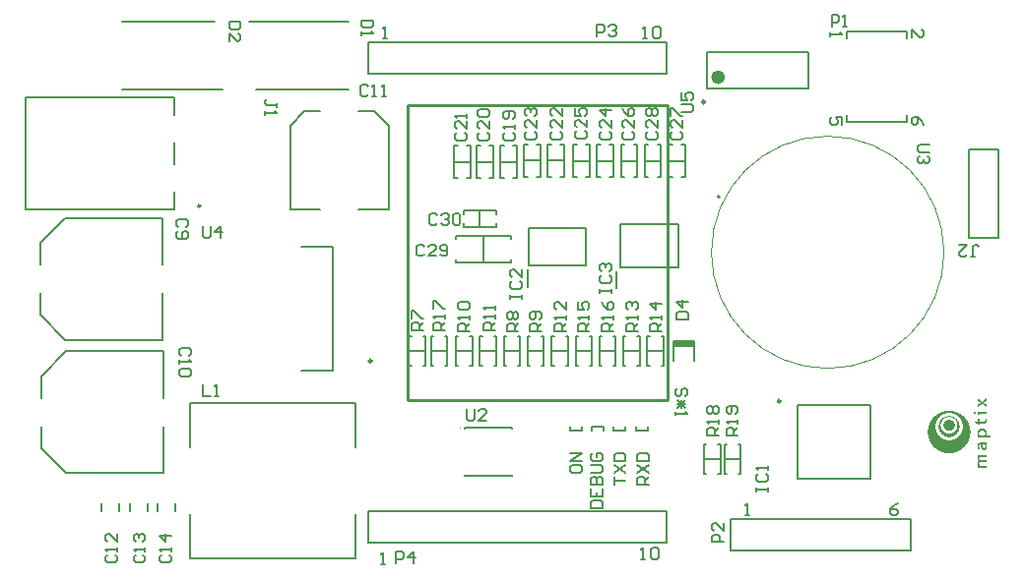
<source format=gto>
G04*
G04 #@! TF.GenerationSoftware,Altium Limited,Altium Designer,20.0.13 (296)*
G04*
G04 Layer_Color=65535*
%FSLAX25Y25*%
%MOIN*%
G70*
G01*
G75*
%ADD10C,0.00984*%
%ADD11C,0.00394*%
%ADD12C,0.00787*%
%ADD13C,0.01000*%
%ADD14C,0.02362*%
%ADD15C,0.00591*%
%ADD16C,0.00600*%
%ADD17C,0.00630*%
%ADD18R,0.07087X0.02000*%
G36*
X337667Y70580D02*
X337615D01*
Y70529D01*
X337564D01*
Y70477D01*
X337513D01*
Y70426D01*
X337411D01*
Y70375D01*
X337360D01*
Y70324D01*
X337309D01*
Y70273D01*
X337258D01*
Y70222D01*
X337156D01*
Y70171D01*
X337105D01*
Y70120D01*
X337054D01*
Y70069D01*
X336951D01*
Y70018D01*
X336900D01*
Y69967D01*
X336849D01*
Y69916D01*
X336798D01*
Y69865D01*
X336696D01*
Y69814D01*
X336645D01*
Y69660D01*
X336696D01*
Y69609D01*
X336798D01*
Y69558D01*
X336849D01*
Y69507D01*
X336951D01*
Y69456D01*
X337003D01*
Y69405D01*
X337105D01*
Y69354D01*
X337156D01*
Y69303D01*
X337207D01*
Y69252D01*
X337309D01*
Y69201D01*
X337360D01*
Y69150D01*
X337462D01*
Y69099D01*
X337513D01*
Y69047D01*
X337564D01*
Y68996D01*
X337667D01*
Y68179D01*
X337615D01*
Y68230D01*
X337564D01*
Y68281D01*
X337462D01*
Y68332D01*
X337411D01*
Y68384D01*
X337360D01*
Y68435D01*
X337258D01*
Y68486D01*
X337207D01*
Y68537D01*
X337156D01*
Y68588D01*
X337054D01*
Y68639D01*
X337003D01*
Y68690D01*
X336951D01*
Y68741D01*
X336849D01*
Y68792D01*
X336798D01*
Y68843D01*
X336747D01*
Y68894D01*
X336645D01*
Y68945D01*
X336594D01*
Y68996D01*
X336543D01*
Y69047D01*
X336441D01*
Y69099D01*
X336390D01*
Y69150D01*
X336339D01*
Y69201D01*
X336237D01*
Y69252D01*
X336185D01*
Y69303D01*
X336134D01*
Y69354D01*
X335981D01*
Y69303D01*
X335879D01*
Y69252D01*
X335828D01*
Y69201D01*
X335726D01*
Y69099D01*
X335624D01*
Y69047D01*
X335573D01*
Y68996D01*
X335470D01*
Y68945D01*
X335419D01*
Y68894D01*
X335368D01*
Y68843D01*
X335266D01*
Y68792D01*
X335215D01*
Y68741D01*
X335113D01*
Y68690D01*
X335062D01*
Y68639D01*
X334960D01*
Y68588D01*
X334909D01*
Y68537D01*
X334858D01*
Y68486D01*
X334755D01*
Y68435D01*
X334704D01*
Y68384D01*
X334653D01*
Y68332D01*
X334551D01*
Y68281D01*
X334500D01*
Y69047D01*
X334551D01*
Y69099D01*
X334653D01*
Y69150D01*
X334704D01*
Y69201D01*
X334755D01*
Y69252D01*
X334858D01*
Y69303D01*
X334909D01*
Y69354D01*
X334960D01*
Y69405D01*
X335062D01*
Y69456D01*
X335164D01*
Y69507D01*
X335215D01*
Y69558D01*
X335317D01*
Y69609D01*
X335368D01*
Y69660D01*
X335470D01*
Y69814D01*
X335419D01*
Y69865D01*
X335317D01*
Y69916D01*
X335266D01*
Y69967D01*
X335215D01*
Y70018D01*
X335113D01*
Y70069D01*
X335062D01*
Y70120D01*
X335011D01*
Y70171D01*
X334909D01*
Y70222D01*
X334858D01*
Y70273D01*
X334806D01*
Y70324D01*
X334704D01*
Y70375D01*
X334653D01*
Y70426D01*
X334602D01*
Y70477D01*
X334551D01*
Y70529D01*
X334500D01*
Y71295D01*
X334551D01*
Y71244D01*
X334602D01*
Y71192D01*
X334653D01*
Y71141D01*
X334704D01*
Y71090D01*
X334806D01*
Y71039D01*
X334858D01*
Y70988D01*
X334909D01*
Y70937D01*
X335011D01*
Y70886D01*
X335062D01*
Y70835D01*
X335113D01*
Y70784D01*
X335164D01*
Y70733D01*
X335266D01*
Y70682D01*
X335317D01*
Y70631D01*
X335368D01*
Y70580D01*
X335419D01*
Y70529D01*
X335522D01*
Y70477D01*
X335573D01*
Y70426D01*
X335624D01*
Y70375D01*
X335726D01*
Y70324D01*
X335777D01*
Y70273D01*
X335828D01*
Y70222D01*
X335879D01*
Y70171D01*
X335981D01*
Y70069D01*
X336083D01*
Y70120D01*
X336134D01*
Y70171D01*
X336185D01*
Y70222D01*
X336237D01*
Y70273D01*
X336339D01*
Y70324D01*
X336390D01*
Y70375D01*
X336441D01*
Y70426D01*
X336492D01*
Y70477D01*
X336543D01*
Y70529D01*
X336645D01*
Y70580D01*
X336696D01*
Y70631D01*
X336747D01*
Y70682D01*
X336798D01*
Y70733D01*
X336900D01*
Y70784D01*
X336951D01*
Y70835D01*
X337003D01*
Y70886D01*
X337054D01*
Y70937D01*
X337105D01*
Y70988D01*
X337207D01*
Y71039D01*
X337258D01*
Y71090D01*
X337309D01*
Y71141D01*
X337360D01*
Y71192D01*
X337462D01*
Y71244D01*
X337513D01*
Y71295D01*
X337564D01*
Y71346D01*
X337615D01*
Y71397D01*
X337667D01*
Y70580D01*
D02*
G37*
G36*
X325256Y67005D02*
X325767D01*
Y66954D01*
X326073D01*
Y66903D01*
X326329D01*
Y66851D01*
X326584D01*
Y66800D01*
X326788D01*
Y66749D01*
X326942D01*
Y66698D01*
X327095D01*
Y66647D01*
X327248D01*
Y66596D01*
X327401D01*
Y66545D01*
X327503D01*
Y66494D01*
X327657D01*
Y66443D01*
X327810D01*
Y66392D01*
X327912D01*
Y66341D01*
X328014D01*
Y66290D01*
X328116D01*
Y66239D01*
X328218D01*
Y66188D01*
X328321D01*
Y66136D01*
X328372D01*
Y66085D01*
X328525D01*
Y66034D01*
X328576D01*
Y65983D01*
X328627D01*
Y65932D01*
X328729D01*
Y65881D01*
X328831D01*
Y65830D01*
X328882D01*
Y65779D01*
X328984D01*
Y65728D01*
X329035D01*
Y65677D01*
X329138D01*
Y65626D01*
X329189D01*
Y65575D01*
X329240D01*
Y65524D01*
X329342D01*
Y65473D01*
X329393D01*
Y65421D01*
X329444D01*
Y65370D01*
X329495D01*
Y65319D01*
X329546D01*
Y65268D01*
X329648D01*
Y65217D01*
X329699D01*
Y65166D01*
X329750D01*
Y65115D01*
X329802D01*
Y65064D01*
X329853D01*
Y65013D01*
X329904D01*
Y64962D01*
X329955D01*
Y64911D01*
X330006D01*
Y64860D01*
X330057D01*
Y64809D01*
X330108D01*
Y64758D01*
X330159D01*
Y64706D01*
X330210D01*
Y64655D01*
X330261D01*
Y64604D01*
X330312D01*
Y64553D01*
X330363D01*
Y64451D01*
X330414D01*
Y64400D01*
X330466D01*
Y64349D01*
X330517D01*
Y64298D01*
X330568D01*
Y64196D01*
X330619D01*
Y64145D01*
X330670D01*
Y64094D01*
X330721D01*
Y63991D01*
X330772D01*
Y63940D01*
X330823D01*
Y63838D01*
X330874D01*
Y63787D01*
X330925D01*
Y63685D01*
X330976D01*
Y63634D01*
X331027D01*
Y63532D01*
X331078D01*
Y63481D01*
X331129D01*
Y63379D01*
X331181D01*
Y63276D01*
X331232D01*
Y63174D01*
X331283D01*
Y63072D01*
X331334D01*
Y62970D01*
X331385D01*
Y62868D01*
X331436D01*
Y62766D01*
X331487D01*
Y62664D01*
X331538D01*
Y62510D01*
X331589D01*
Y62408D01*
X331640D01*
Y62255D01*
X331691D01*
Y62102D01*
X331742D01*
Y61949D01*
X331793D01*
Y61795D01*
X331844D01*
Y61591D01*
X331895D01*
Y61336D01*
X331947D01*
Y61080D01*
X331998D01*
Y60774D01*
X332049D01*
Y60263D01*
X332100D01*
Y59395D01*
X332049D01*
Y58884D01*
X331998D01*
Y58578D01*
X331947D01*
Y58323D01*
X331895D01*
Y58067D01*
X331844D01*
Y57863D01*
X331793D01*
Y57710D01*
X331742D01*
Y57557D01*
X331691D01*
Y57403D01*
X331640D01*
Y57250D01*
X331589D01*
Y57148D01*
X331538D01*
Y56995D01*
X331487D01*
Y56893D01*
X331436D01*
Y56791D01*
X331385D01*
Y56688D01*
X331334D01*
Y56586D01*
X331283D01*
Y56484D01*
X331232D01*
Y56382D01*
X331181D01*
Y56280D01*
X331129D01*
Y56178D01*
X331078D01*
Y56127D01*
X331027D01*
Y56024D01*
X330976D01*
Y55922D01*
X330925D01*
Y55871D01*
X330874D01*
Y55820D01*
X330823D01*
Y55718D01*
X330772D01*
Y55667D01*
X330721D01*
Y55565D01*
X330670D01*
Y55514D01*
X330619D01*
Y55463D01*
X330568D01*
Y55361D01*
X330517D01*
Y55309D01*
X330466D01*
Y55258D01*
X330414D01*
Y55207D01*
X330363D01*
Y55105D01*
X330312D01*
Y55054D01*
X330261D01*
Y55003D01*
X330210D01*
Y54952D01*
X330159D01*
Y54901D01*
X330108D01*
Y54850D01*
X330057D01*
Y54799D01*
X330006D01*
Y54748D01*
X329955D01*
Y54697D01*
X329904D01*
Y54646D01*
X329853D01*
Y54594D01*
X329802D01*
Y54543D01*
X329750D01*
Y54492D01*
X329699D01*
Y54441D01*
X329648D01*
Y54390D01*
X329546D01*
Y54339D01*
X329495D01*
Y54288D01*
X329444D01*
Y54237D01*
X329393D01*
Y54186D01*
X329342D01*
Y54135D01*
X329240D01*
Y54084D01*
X329189D01*
Y54033D01*
X329138D01*
Y53982D01*
X329035D01*
Y53930D01*
X328984D01*
Y53879D01*
X328882D01*
Y53828D01*
X328831D01*
Y53777D01*
X328729D01*
Y53726D01*
X328627D01*
Y53675D01*
X328576D01*
Y53624D01*
X328525D01*
Y53573D01*
X328423D01*
Y53522D01*
X328321D01*
Y53471D01*
X328218D01*
Y53420D01*
X328116D01*
Y53369D01*
X328014D01*
Y53318D01*
X327912D01*
Y53267D01*
X327810D01*
Y53215D01*
X327657D01*
Y53164D01*
X327503D01*
Y53113D01*
X327401D01*
Y53062D01*
X327248D01*
Y53011D01*
X327095D01*
Y52960D01*
X326942D01*
Y52909D01*
X326788D01*
Y52858D01*
X326584D01*
Y52807D01*
X326329D01*
Y52756D01*
X326073D01*
Y52705D01*
X325767D01*
Y52654D01*
X325256D01*
Y52603D01*
X324490D01*
Y52654D01*
X323979D01*
Y52705D01*
X323622D01*
Y52756D01*
X323418D01*
Y52807D01*
X323162D01*
Y52858D01*
X322958D01*
Y52909D01*
X322805D01*
Y52960D01*
X322652D01*
Y53011D01*
X322498D01*
Y53062D01*
X322345D01*
Y53113D01*
X322243D01*
Y53164D01*
X322090D01*
Y53215D01*
X321937D01*
Y53267D01*
X321835D01*
Y53318D01*
X321732D01*
Y53369D01*
X321630D01*
Y53420D01*
X321528D01*
Y53471D01*
X321426D01*
Y53522D01*
X321324D01*
Y53573D01*
X321222D01*
Y53624D01*
X321171D01*
Y53675D01*
X321069D01*
Y53726D01*
X321017D01*
Y53777D01*
X320915D01*
Y53828D01*
X320864D01*
Y53879D01*
X320762D01*
Y53930D01*
X320711D01*
Y53982D01*
X320609D01*
Y54033D01*
X320558D01*
Y54084D01*
X320456D01*
Y54135D01*
X320405D01*
Y54186D01*
X320354D01*
Y54237D01*
X320302D01*
Y54288D01*
X320251D01*
Y54339D01*
X320200D01*
Y54390D01*
X320098D01*
Y54441D01*
X320047D01*
Y54492D01*
X319996D01*
Y54543D01*
X319945D01*
Y54594D01*
X319894D01*
Y54646D01*
X319843D01*
Y54697D01*
X319792D01*
Y54748D01*
X319741D01*
Y54799D01*
X319690D01*
Y54850D01*
X319638D01*
Y54901D01*
X319587D01*
Y54952D01*
X319536D01*
Y55003D01*
X319485D01*
Y55054D01*
X319434D01*
Y55105D01*
X319383D01*
Y55207D01*
X319332D01*
Y55258D01*
X319281D01*
Y55309D01*
X319230D01*
Y55361D01*
X319179D01*
Y55463D01*
X319128D01*
Y55514D01*
X319077D01*
Y55565D01*
X319026D01*
Y55616D01*
X318975D01*
Y55718D01*
X318923D01*
Y55769D01*
X318872D01*
Y55871D01*
X318821D01*
Y55922D01*
X318770D01*
Y56024D01*
X318719D01*
Y56076D01*
X318668D01*
Y56178D01*
X318617D01*
Y56280D01*
X318566D01*
Y56382D01*
X318515D01*
Y56484D01*
X318464D01*
Y56586D01*
X318413D01*
Y56688D01*
X318362D01*
Y56791D01*
X318311D01*
Y56893D01*
X318260D01*
Y56995D01*
X318209D01*
Y57148D01*
X318158D01*
Y57250D01*
X318106D01*
Y57403D01*
X318055D01*
Y57506D01*
X318004D01*
Y57659D01*
X317953D01*
Y57863D01*
X317902D01*
Y58067D01*
X317851D01*
Y58323D01*
X317800D01*
Y58578D01*
X317749D01*
Y58884D01*
X317698D01*
Y59395D01*
X317647D01*
Y60263D01*
X317698D01*
Y60774D01*
X317749D01*
Y61080D01*
X317800D01*
Y61336D01*
X317851D01*
Y61591D01*
X317902D01*
Y61795D01*
X317953D01*
Y62000D01*
X318004D01*
Y62102D01*
X318055D01*
Y62255D01*
X318106D01*
Y62408D01*
X318158D01*
Y62510D01*
X318209D01*
Y62664D01*
X318260D01*
Y62766D01*
X318311D01*
Y62868D01*
X318362D01*
Y62970D01*
X318413D01*
Y63072D01*
X318464D01*
Y63174D01*
X318515D01*
Y63276D01*
X318566D01*
Y63379D01*
X318617D01*
Y63481D01*
X318668D01*
Y63532D01*
X318719D01*
Y63634D01*
X318770D01*
Y63736D01*
X318821D01*
Y63787D01*
X318872D01*
Y63838D01*
X318923D01*
Y63940D01*
X318975D01*
Y63991D01*
X319026D01*
Y64094D01*
X319077D01*
Y64145D01*
X319128D01*
Y64196D01*
X319179D01*
Y64298D01*
X319230D01*
Y64349D01*
X319281D01*
Y64400D01*
X319332D01*
Y64451D01*
X319383D01*
Y64553D01*
X319434D01*
Y64604D01*
X319485D01*
Y64655D01*
X319536D01*
Y64706D01*
X319587D01*
Y64758D01*
X319638D01*
Y64809D01*
X319690D01*
Y64860D01*
X319741D01*
Y64911D01*
X319792D01*
Y64962D01*
X319843D01*
Y65013D01*
X319894D01*
Y65064D01*
X319945D01*
Y65115D01*
X319996D01*
Y65166D01*
X320047D01*
Y65217D01*
X320098D01*
Y65268D01*
X320200D01*
Y65319D01*
X320251D01*
Y65370D01*
X320302D01*
Y65421D01*
X320354D01*
Y65473D01*
X320405D01*
Y65524D01*
X320507D01*
Y65575D01*
X320558D01*
Y65626D01*
X320609D01*
Y65677D01*
X320711D01*
Y65728D01*
X320762D01*
Y65779D01*
X320864D01*
Y65830D01*
X320915D01*
Y65881D01*
X321017D01*
Y65932D01*
X321120D01*
Y65983D01*
X321171D01*
Y66034D01*
X321222D01*
Y66085D01*
X321324D01*
Y66136D01*
X321426D01*
Y66188D01*
X321528D01*
Y66239D01*
X321630D01*
Y66290D01*
X321732D01*
Y66341D01*
X321835D01*
Y66392D01*
X321937D01*
Y66443D01*
X322090D01*
Y66494D01*
X322243D01*
Y66545D01*
X322345D01*
Y66596D01*
X322498D01*
Y66647D01*
X322652D01*
Y66698D01*
X322805D01*
Y66749D01*
X322958D01*
Y66800D01*
X323162D01*
Y66851D01*
X323418D01*
Y66903D01*
X323622D01*
Y66954D01*
X323979D01*
Y67005D01*
X324490D01*
Y67056D01*
X324541D01*
Y67005D01*
X325205D01*
Y67056D01*
X325256D01*
Y67005D01*
D02*
G37*
G36*
X333683Y66749D02*
X333836D01*
Y66698D01*
X333938D01*
Y66647D01*
X333989D01*
Y66545D01*
X334040D01*
Y66188D01*
X333989D01*
Y66136D01*
X333938D01*
Y66085D01*
X333887D01*
Y66034D01*
X333836D01*
Y65983D01*
X333479D01*
Y66034D01*
X333377D01*
Y66085D01*
X333326D01*
Y66188D01*
X333274D01*
Y66545D01*
X333326D01*
Y66647D01*
X333377D01*
Y66698D01*
X333479D01*
Y66749D01*
X333632D01*
Y66800D01*
X333683D01*
Y66749D01*
D02*
G37*
G36*
X337667Y66034D02*
X335062D01*
Y65626D01*
X334500D01*
Y66698D01*
X337667D01*
Y66034D01*
D02*
G37*
G36*
X337615Y64247D02*
X337667D01*
Y63991D01*
X337718D01*
Y63379D01*
X337667D01*
Y63174D01*
X337615D01*
Y63072D01*
X337564D01*
Y62970D01*
X337513D01*
Y62919D01*
X337462D01*
Y62868D01*
X337411D01*
Y62817D01*
X337360D01*
Y62766D01*
X337207D01*
Y62715D01*
X337156D01*
Y62664D01*
X336849D01*
Y62613D01*
X335062D01*
Y62255D01*
X334500D01*
Y62613D01*
X333836D01*
Y62664D01*
X333785D01*
Y62817D01*
X333734D01*
Y62970D01*
X333683D01*
Y63123D01*
X333632D01*
Y63276D01*
X333581D01*
Y63327D01*
X333683D01*
Y63276D01*
X334449D01*
Y63327D01*
X334500D01*
Y64196D01*
X335062D01*
Y63276D01*
X336645D01*
Y63327D01*
X336849D01*
Y63379D01*
X336951D01*
Y63430D01*
X337054D01*
Y63532D01*
X337105D01*
Y63634D01*
X337156D01*
Y64043D01*
X337105D01*
Y64196D01*
X337054D01*
Y64298D01*
X337615D01*
Y64247D01*
D02*
G37*
G36*
X336339Y60876D02*
X336645D01*
Y60825D01*
X336798D01*
Y60774D01*
X336951D01*
Y60723D01*
X337003D01*
Y60672D01*
X337105D01*
Y60621D01*
X337207D01*
Y60570D01*
X337258D01*
Y60519D01*
X337309D01*
Y60468D01*
X337360D01*
Y60417D01*
X337411D01*
Y60314D01*
X337462D01*
Y60263D01*
X337513D01*
Y60161D01*
X337564D01*
Y60059D01*
X337615D01*
Y59906D01*
X337667D01*
Y59650D01*
X337718D01*
Y59089D01*
X337667D01*
Y58884D01*
X337615D01*
Y58731D01*
X337564D01*
Y58680D01*
X338943D01*
Y57965D01*
X334500D01*
Y58680D01*
X334653D01*
Y58629D01*
X334704D01*
Y58782D01*
X334653D01*
Y58833D01*
X334602D01*
Y58884D01*
X334551D01*
Y58987D01*
X334500D01*
Y59140D01*
X334449D01*
Y59804D01*
X334500D01*
Y60008D01*
X334551D01*
Y60110D01*
X334602D01*
Y60212D01*
X334653D01*
Y60314D01*
X334704D01*
Y60365D01*
X334755D01*
Y60468D01*
X334806D01*
Y60519D01*
X334858D01*
Y60570D01*
X334960D01*
Y60621D01*
X335011D01*
Y60672D01*
X335113D01*
Y60723D01*
X335215D01*
Y60774D01*
X335368D01*
Y60825D01*
X335522D01*
Y60876D01*
X335828D01*
Y60927D01*
X336339D01*
Y60876D01*
D02*
G37*
G36*
X337564Y56484D02*
X337615D01*
Y56433D01*
X337667D01*
Y56280D01*
X337718D01*
Y55973D01*
X337667D01*
Y55922D01*
X337615D01*
Y55820D01*
X337564D01*
Y55769D01*
X337462D01*
Y55718D01*
X337360D01*
Y55616D01*
X337411D01*
Y55565D01*
X337462D01*
Y55514D01*
X337513D01*
Y55412D01*
X337564D01*
Y55361D01*
X337615D01*
Y55207D01*
X337667D01*
Y55003D01*
X337718D01*
Y54492D01*
X337667D01*
Y54288D01*
X337615D01*
Y54186D01*
X337564D01*
Y54084D01*
X337513D01*
Y53982D01*
X337462D01*
Y53930D01*
X337411D01*
Y53879D01*
X337360D01*
Y53828D01*
X337258D01*
Y53777D01*
X337105D01*
Y53726D01*
X336900D01*
Y53675D01*
X336594D01*
Y53726D01*
X336390D01*
Y53777D01*
X336237D01*
Y53828D01*
X336134D01*
Y53879D01*
X336083D01*
Y53930D01*
X336032D01*
Y53982D01*
X335981D01*
Y54033D01*
X335930D01*
Y54084D01*
X335879D01*
Y54186D01*
X335828D01*
Y54237D01*
X335777D01*
Y54390D01*
X335726D01*
Y54543D01*
X335675D01*
Y54748D01*
X335624D01*
Y55616D01*
X335419D01*
Y55565D01*
X335317D01*
Y55514D01*
X335215D01*
Y55463D01*
X335164D01*
Y55412D01*
X335113D01*
Y55309D01*
X335062D01*
Y55156D01*
X335011D01*
Y54492D01*
X335062D01*
Y54288D01*
X335113D01*
Y54135D01*
X334909D01*
Y54084D01*
X334755D01*
Y54033D01*
X334602D01*
Y54135D01*
X334551D01*
Y54288D01*
X334500D01*
Y54492D01*
X334449D01*
Y55361D01*
X334500D01*
Y55514D01*
X334551D01*
Y55667D01*
X334602D01*
Y55769D01*
X334653D01*
Y55871D01*
X334704D01*
Y55922D01*
X334755D01*
Y55973D01*
X334806D01*
Y56024D01*
X334858D01*
Y56076D01*
X334960D01*
Y56127D01*
X335062D01*
Y56178D01*
X335215D01*
Y56229D01*
X335470D01*
Y56280D01*
X336849D01*
Y56331D01*
X337207D01*
Y56382D01*
X337360D01*
Y56433D01*
X337411D01*
Y56484D01*
X337513D01*
Y56535D01*
X337564D01*
Y56484D01*
D02*
G37*
G36*
X337667Y51479D02*
X335470D01*
Y51428D01*
X335317D01*
Y51377D01*
X335215D01*
Y51326D01*
X335164D01*
Y51275D01*
X335113D01*
Y51224D01*
X335062D01*
Y51122D01*
X335011D01*
Y50662D01*
X335062D01*
Y50560D01*
X335113D01*
Y50458D01*
X335164D01*
Y50407D01*
X335215D01*
Y50356D01*
X335266D01*
Y50305D01*
X337667D01*
Y49589D01*
X335368D01*
Y49538D01*
X335266D01*
Y49487D01*
X335164D01*
Y49436D01*
X335113D01*
Y49334D01*
X335062D01*
Y49232D01*
X335011D01*
Y48823D01*
X335062D01*
Y48721D01*
X335113D01*
Y48619D01*
X335164D01*
Y48568D01*
X335215D01*
Y48517D01*
X335266D01*
Y48466D01*
X335317D01*
Y48415D01*
X337667D01*
Y47751D01*
X334500D01*
Y48211D01*
X334602D01*
Y48262D01*
X334704D01*
Y48313D01*
X334755D01*
Y48415D01*
X334704D01*
Y48466D01*
X334653D01*
Y48568D01*
X334602D01*
Y48619D01*
X334551D01*
Y48721D01*
X334500D01*
Y48875D01*
X334449D01*
Y49538D01*
X334500D01*
Y49692D01*
X334551D01*
Y49845D01*
X334602D01*
Y49947D01*
X334653D01*
Y49998D01*
X334704D01*
Y50049D01*
X334755D01*
Y50202D01*
X334704D01*
Y50305D01*
X334653D01*
Y50356D01*
X334602D01*
Y50458D01*
X334551D01*
Y50611D01*
X334500D01*
Y50764D01*
X334449D01*
Y51326D01*
X334500D01*
Y51530D01*
X334551D01*
Y51632D01*
X334602D01*
Y51735D01*
X334653D01*
Y51786D01*
X334704D01*
Y51837D01*
X334755D01*
Y51888D01*
X334806D01*
Y51939D01*
X334858D01*
Y51990D01*
X335011D01*
Y52041D01*
X335062D01*
Y52092D01*
X335266D01*
Y52143D01*
X337667D01*
Y51479D01*
D02*
G37*
%LPC*%
G36*
X325358Y66290D02*
X324388D01*
Y66239D01*
X324031D01*
Y66188D01*
X323826D01*
Y66136D01*
X323622D01*
Y66085D01*
X323418D01*
Y66034D01*
X323316D01*
Y65983D01*
X323162D01*
Y65932D01*
X323060D01*
Y65881D01*
X322958D01*
Y65830D01*
X322856D01*
Y65779D01*
X322754D01*
Y65728D01*
X322601D01*
Y65677D01*
X322550D01*
Y65626D01*
X322447D01*
Y65575D01*
X322345D01*
Y65524D01*
X322294D01*
Y65473D01*
X322192D01*
Y65370D01*
X322090D01*
Y65319D01*
X321988D01*
Y65217D01*
X321937D01*
Y65166D01*
X321835D01*
Y65115D01*
X321783D01*
Y65064D01*
X321732D01*
Y65013D01*
X321681D01*
Y64962D01*
X321630D01*
Y64911D01*
X321579D01*
Y64860D01*
X321528D01*
Y64809D01*
X321477D01*
Y64758D01*
X321426D01*
Y64706D01*
X321375D01*
Y64604D01*
X321324D01*
Y64553D01*
X321273D01*
Y64502D01*
X321222D01*
Y64451D01*
X321171D01*
Y64349D01*
X321120D01*
Y64298D01*
X321069D01*
Y64196D01*
X321017D01*
Y64145D01*
X320966D01*
Y64094D01*
X320915D01*
Y63991D01*
X320864D01*
Y63889D01*
X320813D01*
Y63787D01*
X320762D01*
Y63685D01*
X320711D01*
Y63583D01*
X320660D01*
Y63481D01*
X320609D01*
Y63327D01*
X320558D01*
Y63225D01*
X320507D01*
Y63072D01*
X320456D01*
Y62868D01*
X320405D01*
Y62664D01*
X320354D01*
Y62306D01*
X320302D01*
Y60978D01*
X320354D01*
Y60621D01*
X320405D01*
Y60417D01*
X320456D01*
Y60263D01*
X320507D01*
Y60110D01*
X320558D01*
Y59957D01*
X320609D01*
Y59855D01*
X320660D01*
Y59702D01*
X320711D01*
Y59599D01*
X320762D01*
Y59497D01*
X320813D01*
Y59395D01*
X320864D01*
Y59344D01*
X320915D01*
Y59242D01*
X320966D01*
Y59191D01*
X321017D01*
Y59089D01*
X321069D01*
Y59038D01*
X321120D01*
Y58935D01*
X321171D01*
Y58884D01*
X321222D01*
Y58833D01*
X321273D01*
Y58731D01*
X321324D01*
Y58680D01*
X321375D01*
Y58629D01*
X321426D01*
Y58578D01*
X321477D01*
Y58527D01*
X321528D01*
Y58476D01*
X321579D01*
Y58425D01*
X321630D01*
Y58374D01*
X321681D01*
Y58323D01*
X321732D01*
Y58272D01*
X321783D01*
Y58220D01*
X321835D01*
Y58169D01*
X321886D01*
Y58118D01*
X321937D01*
Y58067D01*
X321988D01*
Y58016D01*
X322090D01*
Y57914D01*
X322192D01*
Y57863D01*
X322243D01*
Y57812D01*
X322345D01*
Y57761D01*
X322396D01*
Y57710D01*
X322498D01*
Y57659D01*
X322601D01*
Y57608D01*
X322652D01*
Y57557D01*
X322754D01*
Y57506D01*
X322907D01*
Y57454D01*
X323009D01*
Y57403D01*
X323111D01*
Y57352D01*
X323214D01*
Y57301D01*
X323367D01*
Y57250D01*
X323520D01*
Y57199D01*
X323724D01*
Y57148D01*
X323928D01*
Y57097D01*
X324235D01*
Y57046D01*
X325512D01*
Y57097D01*
X325818D01*
Y57148D01*
X326022D01*
Y57199D01*
X326227D01*
Y57250D01*
X326380D01*
Y57301D01*
X326482D01*
Y57352D01*
X326635D01*
Y57403D01*
X326737D01*
Y57454D01*
X326839D01*
Y57506D01*
X326942D01*
Y57557D01*
X327095D01*
Y57608D01*
X327146D01*
Y57659D01*
X327248D01*
Y57710D01*
X327350D01*
Y57761D01*
X327401D01*
Y57812D01*
X327503D01*
Y57863D01*
X327554D01*
Y57914D01*
X327657D01*
Y58016D01*
X327759D01*
Y58067D01*
X327810D01*
Y58118D01*
X327861D01*
Y58169D01*
X327912D01*
Y58220D01*
X327963D01*
Y58272D01*
X328014D01*
Y58323D01*
X328065D01*
Y58374D01*
X328116D01*
Y58425D01*
X328167D01*
Y58476D01*
X328218D01*
Y58527D01*
X328270D01*
Y58578D01*
X328321D01*
Y58629D01*
X328372D01*
Y58680D01*
X328423D01*
Y58731D01*
X328474D01*
Y58833D01*
X328525D01*
Y58884D01*
X328576D01*
Y58935D01*
X328627D01*
Y59038D01*
X328678D01*
Y59089D01*
X328729D01*
Y59191D01*
X328780D01*
Y59242D01*
X328831D01*
Y59344D01*
X328882D01*
Y59395D01*
X328933D01*
Y59497D01*
X328984D01*
Y59599D01*
X329035D01*
Y59702D01*
X329087D01*
Y59855D01*
X329138D01*
Y59957D01*
X329189D01*
Y60110D01*
X329240D01*
Y60263D01*
X329291D01*
Y60468D01*
X329342D01*
Y60672D01*
X329393D01*
Y60978D01*
X329444D01*
Y62306D01*
X329393D01*
Y62613D01*
X329342D01*
Y62868D01*
X329291D01*
Y63072D01*
X329240D01*
Y63225D01*
X329189D01*
Y63327D01*
X329138D01*
Y63481D01*
X329087D01*
Y63583D01*
X329035D01*
Y63685D01*
X328984D01*
Y63787D01*
X328933D01*
Y63889D01*
X328882D01*
Y63991D01*
X328831D01*
Y64043D01*
X328780D01*
Y64145D01*
X328729D01*
Y64196D01*
X328678D01*
Y64298D01*
X328627D01*
Y64349D01*
X328576D01*
Y64451D01*
X328525D01*
Y64502D01*
X328474D01*
Y64553D01*
X328423D01*
Y64604D01*
X328372D01*
Y64706D01*
X328321D01*
Y64758D01*
X328270D01*
Y64809D01*
X328218D01*
Y64860D01*
X328167D01*
Y64911D01*
X328116D01*
Y64962D01*
X328065D01*
Y65013D01*
X328014D01*
Y65064D01*
X327963D01*
Y65115D01*
X327912D01*
Y65166D01*
X327810D01*
Y65217D01*
X327759D01*
Y65319D01*
X327657D01*
Y65370D01*
X327554D01*
Y65473D01*
X327452D01*
Y65524D01*
X327401D01*
Y65575D01*
X327299D01*
Y65626D01*
X327197D01*
Y65677D01*
X327095D01*
Y65728D01*
X326993D01*
Y65779D01*
X326891D01*
Y65830D01*
X326788D01*
Y65881D01*
X326686D01*
Y65932D01*
X326584D01*
Y65983D01*
X326431D01*
Y66034D01*
X326329D01*
Y66085D01*
X326125D01*
Y66136D01*
X325920D01*
Y66188D01*
X325716D01*
Y66239D01*
X325358D01*
Y66290D01*
D02*
G37*
%LPD*%
G36*
Y65166D02*
X325614D01*
Y65115D01*
X325818D01*
Y65064D01*
X325971D01*
Y65013D01*
X326125D01*
Y64962D01*
X326227D01*
Y64911D01*
X326380D01*
Y64860D01*
X326482D01*
Y64809D01*
X326584D01*
Y64758D01*
X326686D01*
Y64706D01*
X326737D01*
Y64655D01*
X326839D01*
Y64604D01*
X326891D01*
Y64553D01*
X326993D01*
Y64502D01*
X327044D01*
Y64451D01*
X327095D01*
Y64400D01*
X327197D01*
Y64349D01*
X327248D01*
Y64298D01*
X327299D01*
Y64247D01*
X327350D01*
Y64196D01*
X327401D01*
Y64145D01*
X327452D01*
Y64094D01*
X327503D01*
Y64043D01*
X327554D01*
Y63940D01*
X327606D01*
Y63889D01*
X327657D01*
Y63838D01*
X327708D01*
Y63787D01*
X327759D01*
Y63685D01*
X327810D01*
Y63634D01*
X327861D01*
Y63532D01*
X327912D01*
Y63430D01*
X327963D01*
Y63379D01*
X328014D01*
Y63276D01*
X328065D01*
Y63174D01*
X328116D01*
Y63021D01*
X328167D01*
Y62919D01*
X328218D01*
Y62766D01*
X328270D01*
Y62562D01*
X328321D01*
Y62306D01*
X328372D01*
Y61949D01*
X328423D01*
Y61387D01*
X328372D01*
Y60978D01*
X328321D01*
Y60774D01*
X328270D01*
Y60570D01*
X328218D01*
Y60417D01*
X328167D01*
Y60263D01*
X328116D01*
Y60161D01*
X328065D01*
Y60059D01*
X328014D01*
Y59957D01*
X327963D01*
Y59855D01*
X327912D01*
Y59804D01*
X327861D01*
Y59702D01*
X327810D01*
Y59599D01*
X327759D01*
Y59548D01*
X327708D01*
Y59497D01*
X327657D01*
Y59395D01*
X327606D01*
Y59344D01*
X327554D01*
Y59293D01*
X327503D01*
Y59242D01*
X327452D01*
Y59191D01*
X327401D01*
Y59140D01*
X327350D01*
Y59089D01*
X327299D01*
Y59038D01*
X327248D01*
Y58987D01*
X327197D01*
Y58935D01*
X327146D01*
Y58884D01*
X327095D01*
Y58833D01*
X326993D01*
Y58782D01*
X326942D01*
Y58731D01*
X326891D01*
Y58680D01*
X326788D01*
Y58629D01*
X326737D01*
Y58578D01*
X326635D01*
Y58527D01*
X326533D01*
Y58476D01*
X326431D01*
Y58425D01*
X326278D01*
Y58374D01*
X326227D01*
Y58323D01*
X326022D01*
Y58272D01*
X325869D01*
Y58220D01*
X325716D01*
Y58169D01*
X325461D01*
Y58118D01*
X325103D01*
Y58067D01*
X324643D01*
Y58118D01*
X324286D01*
Y58169D01*
X324031D01*
Y58220D01*
X323877D01*
Y58272D01*
X323724D01*
Y58323D01*
X323520D01*
Y58374D01*
X323469D01*
Y58425D01*
X323316D01*
Y58476D01*
X323214D01*
Y58527D01*
X323111D01*
Y58578D01*
X323009D01*
Y58629D01*
X322958D01*
Y58680D01*
X322856D01*
Y58731D01*
X322805D01*
Y58782D01*
X322754D01*
Y58833D01*
X322652D01*
Y58884D01*
X322601D01*
Y58935D01*
X322550D01*
Y58987D01*
X322498D01*
Y59038D01*
X322447D01*
Y59089D01*
X322396D01*
Y59140D01*
X322345D01*
Y59191D01*
X322294D01*
Y59242D01*
X322243D01*
Y59293D01*
X322192D01*
Y59344D01*
X322141D01*
Y59395D01*
X322090D01*
Y59497D01*
X322039D01*
Y59548D01*
X321988D01*
Y59599D01*
X321937D01*
Y59702D01*
X321886D01*
Y59804D01*
X321835D01*
Y59855D01*
X321783D01*
Y59957D01*
X321732D01*
Y60059D01*
X321681D01*
Y60161D01*
X321630D01*
Y60263D01*
X321579D01*
Y60417D01*
X321528D01*
Y60570D01*
X321477D01*
Y60723D01*
X321426D01*
Y60978D01*
X321375D01*
Y61387D01*
X321324D01*
Y61949D01*
X321375D01*
Y62357D01*
X321426D01*
Y62562D01*
X321477D01*
Y62766D01*
X321528D01*
Y62919D01*
X321579D01*
Y63021D01*
X321630D01*
Y63174D01*
X321681D01*
Y63276D01*
X321732D01*
Y63379D01*
X321783D01*
Y63430D01*
X321835D01*
Y63532D01*
X321886D01*
Y63634D01*
X321937D01*
Y63685D01*
X321988D01*
Y63787D01*
X322039D01*
Y63838D01*
X322090D01*
Y63889D01*
X322141D01*
Y63991D01*
X322192D01*
Y64043D01*
X322243D01*
Y64094D01*
X322294D01*
Y64145D01*
X322345D01*
Y64196D01*
X322396D01*
Y64247D01*
X322447D01*
Y64298D01*
X322498D01*
Y64349D01*
X322550D01*
Y64400D01*
X322652D01*
Y64451D01*
X322703D01*
Y64502D01*
X322754D01*
Y64553D01*
X322856D01*
Y64604D01*
X322907D01*
Y64655D01*
X323009D01*
Y64706D01*
X323060D01*
Y64758D01*
X323162D01*
Y64809D01*
X323265D01*
Y64860D01*
X323367D01*
Y64911D01*
X323520D01*
Y64962D01*
X323622D01*
Y65013D01*
X323775D01*
Y65064D01*
X323928D01*
Y65115D01*
X324133D01*
Y65166D01*
X324388D01*
Y65217D01*
X325358D01*
Y65166D01*
D02*
G37*
%LPC*%
G36*
Y64911D02*
X324388D01*
Y64860D01*
X324133D01*
Y64809D01*
X323979D01*
Y64758D01*
X323826D01*
Y64706D01*
X323724D01*
Y64655D01*
X323622D01*
Y64604D01*
X323520D01*
Y64553D01*
X323418D01*
Y64502D01*
X323316D01*
Y64451D01*
X323265D01*
Y64400D01*
X323214D01*
Y64349D01*
X323111D01*
Y64298D01*
X323060D01*
Y64247D01*
X323009D01*
Y64196D01*
X322958D01*
Y64145D01*
X322907D01*
Y64094D01*
X322856D01*
Y64043D01*
X322805D01*
Y63991D01*
X322754D01*
Y63940D01*
X322703D01*
Y63889D01*
X322652D01*
Y63838D01*
X322601D01*
Y63736D01*
X322550D01*
Y63685D01*
X322498D01*
Y63583D01*
X322447D01*
Y63532D01*
X322396D01*
Y63430D01*
X322345D01*
Y63327D01*
X322294D01*
Y63225D01*
X322243D01*
Y63123D01*
X322192D01*
Y62970D01*
X322141D01*
Y62817D01*
X322090D01*
Y62613D01*
X322039D01*
Y62102D01*
X321988D01*
Y62051D01*
X322039D01*
Y61540D01*
X322090D01*
Y61336D01*
X322141D01*
Y61132D01*
X322192D01*
Y61029D01*
X322243D01*
Y60876D01*
X322294D01*
Y60774D01*
X322345D01*
Y60672D01*
X322396D01*
Y60621D01*
X322447D01*
Y60519D01*
X322498D01*
Y60468D01*
X322550D01*
Y60365D01*
X322601D01*
Y60314D01*
X322652D01*
Y60263D01*
X322703D01*
Y60212D01*
X322754D01*
Y60161D01*
X322805D01*
Y60110D01*
X322856D01*
Y60059D01*
X322907D01*
Y60008D01*
X322958D01*
Y59957D01*
X323009D01*
Y59906D01*
X323060D01*
Y59855D01*
X323111D01*
Y59804D01*
X323162D01*
Y59753D01*
X323265D01*
Y59702D01*
X323316D01*
Y59650D01*
X323418D01*
Y59599D01*
X323520D01*
Y59548D01*
X323571D01*
Y59497D01*
X323724D01*
Y59446D01*
X323826D01*
Y59395D01*
X323928D01*
Y59344D01*
X324133D01*
Y59293D01*
X324337D01*
Y59242D01*
X325410D01*
Y59293D01*
X325614D01*
Y59344D01*
X325767D01*
Y59395D01*
X325920D01*
Y59446D01*
X326022D01*
Y59497D01*
X326176D01*
Y59548D01*
X326227D01*
Y59599D01*
X326329D01*
Y59650D01*
X326431D01*
Y59702D01*
X326482D01*
Y59753D01*
X326584D01*
Y59804D01*
X326635D01*
Y59855D01*
X326686D01*
Y59906D01*
X326737D01*
Y59957D01*
X326788D01*
Y60008D01*
X326839D01*
Y60059D01*
X326891D01*
Y60110D01*
X326942D01*
Y60161D01*
X326993D01*
Y60212D01*
X327044D01*
Y60263D01*
X327095D01*
Y60314D01*
X327146D01*
Y60365D01*
X327197D01*
Y60468D01*
X327248D01*
Y60519D01*
X327299D01*
Y60621D01*
X327350D01*
Y60723D01*
X327401D01*
Y60774D01*
X327452D01*
Y60876D01*
X327503D01*
Y61029D01*
X327554D01*
Y61132D01*
X327606D01*
Y61336D01*
X327657D01*
Y61540D01*
X327708D01*
Y62051D01*
X327759D01*
Y62102D01*
X327708D01*
Y62613D01*
X327657D01*
Y62817D01*
X327606D01*
Y62970D01*
X327554D01*
Y63123D01*
X327503D01*
Y63225D01*
X327452D01*
Y63327D01*
X327401D01*
Y63430D01*
X327350D01*
Y63532D01*
X327299D01*
Y63583D01*
X327248D01*
Y63685D01*
X327197D01*
Y63736D01*
X327146D01*
Y63838D01*
X327095D01*
Y63889D01*
X327044D01*
Y63940D01*
X326993D01*
Y63991D01*
X326942D01*
Y64043D01*
X326891D01*
Y64094D01*
X326839D01*
Y64145D01*
X326788D01*
Y64196D01*
X326737D01*
Y64247D01*
X326686D01*
Y64298D01*
X326635D01*
Y64349D01*
X326533D01*
Y64400D01*
X326482D01*
Y64451D01*
X326380D01*
Y64502D01*
X326329D01*
Y64553D01*
X326227D01*
Y64604D01*
X326125D01*
Y64655D01*
X326022D01*
Y64706D01*
X325920D01*
Y64758D01*
X325767D01*
Y64809D01*
X325614D01*
Y64860D01*
X325358D01*
Y64911D01*
D02*
G37*
%LPD*%
G36*
X325154Y63940D02*
X325358D01*
Y63889D01*
X325512D01*
Y63838D01*
X325665D01*
Y63787D01*
X325767D01*
Y63736D01*
X325869D01*
Y63685D01*
X325920D01*
Y63634D01*
X326022D01*
Y63583D01*
X326073D01*
Y63532D01*
X326125D01*
Y63481D01*
X326176D01*
Y63430D01*
X326227D01*
Y63379D01*
X326278D01*
Y63327D01*
X326380D01*
Y63225D01*
X326431D01*
Y63174D01*
X326482D01*
Y63072D01*
X326533D01*
Y63021D01*
X326584D01*
Y62919D01*
X326635D01*
Y62766D01*
X326686D01*
Y62613D01*
X326737D01*
Y62459D01*
X326788D01*
Y61693D01*
X326737D01*
Y61489D01*
X326686D01*
Y61387D01*
X326635D01*
Y61234D01*
X326584D01*
Y61132D01*
X326533D01*
Y61080D01*
X326482D01*
Y60978D01*
X326431D01*
Y60927D01*
X326380D01*
Y60825D01*
X326329D01*
Y60774D01*
X326278D01*
Y60723D01*
X326227D01*
Y60672D01*
X326176D01*
Y60621D01*
X326125D01*
Y60570D01*
X326022D01*
Y60519D01*
X325971D01*
Y60468D01*
X325869D01*
Y60417D01*
X325767D01*
Y60365D01*
X325665D01*
Y60314D01*
X325563D01*
Y60263D01*
X325410D01*
Y60212D01*
X325205D01*
Y60161D01*
X324541D01*
Y60212D01*
X324337D01*
Y60263D01*
X324184D01*
Y60314D01*
X324082D01*
Y60365D01*
X323979D01*
Y60417D01*
X323877D01*
Y60468D01*
X323775D01*
Y60519D01*
X323724D01*
Y60570D01*
X323622D01*
Y60621D01*
X323571D01*
Y60672D01*
X323520D01*
Y60723D01*
X323469D01*
Y60774D01*
X323418D01*
Y60825D01*
X323367D01*
Y60927D01*
X323316D01*
Y60978D01*
X323265D01*
Y61080D01*
X323214D01*
Y61132D01*
X323162D01*
Y61234D01*
X323111D01*
Y61387D01*
X323060D01*
Y61489D01*
X323009D01*
Y61693D01*
X322958D01*
Y62459D01*
X323009D01*
Y62613D01*
X323060D01*
Y62766D01*
X323111D01*
Y62919D01*
X323162D01*
Y63021D01*
X323214D01*
Y63072D01*
X323265D01*
Y63174D01*
X323316D01*
Y63225D01*
X323367D01*
Y63327D01*
X323418D01*
Y63379D01*
X323469D01*
Y63430D01*
X323520D01*
Y63481D01*
X323571D01*
Y63532D01*
X323673D01*
Y63583D01*
X323724D01*
Y63634D01*
X323826D01*
Y63685D01*
X323877D01*
Y63736D01*
X323979D01*
Y63787D01*
X324082D01*
Y63838D01*
X324235D01*
Y63889D01*
X324337D01*
Y63940D01*
X324592D01*
Y63991D01*
X325154D01*
Y63940D01*
D02*
G37*
%LPC*%
G36*
X336185Y60212D02*
X335879D01*
Y60161D01*
X335573D01*
Y60110D01*
X335470D01*
Y60059D01*
X335368D01*
Y60008D01*
X335266D01*
Y59957D01*
X335215D01*
Y59855D01*
X335164D01*
Y59804D01*
X335113D01*
Y59702D01*
X335062D01*
Y59497D01*
X335011D01*
Y58987D01*
X335062D01*
Y58884D01*
X335113D01*
Y58782D01*
X335164D01*
Y58731D01*
X335215D01*
Y58680D01*
X337003D01*
Y58782D01*
X337054D01*
Y58833D01*
X337105D01*
Y58987D01*
X337156D01*
Y59497D01*
X337105D01*
Y59650D01*
X337054D01*
Y59753D01*
X337003D01*
Y59855D01*
X336951D01*
Y59906D01*
X336900D01*
Y59957D01*
X336849D01*
Y60008D01*
X336798D01*
Y60059D01*
X336696D01*
Y60110D01*
X336543D01*
Y60161D01*
X336185D01*
Y60212D01*
D02*
G37*
G36*
X336696Y55616D02*
X336134D01*
Y55463D01*
X336083D01*
Y55054D01*
X336134D01*
Y54799D01*
X336185D01*
Y54697D01*
X336237D01*
Y54594D01*
X336288D01*
Y54543D01*
X336339D01*
Y54492D01*
X336390D01*
Y54441D01*
X336492D01*
Y54390D01*
X336951D01*
Y54441D01*
X337054D01*
Y54543D01*
X337105D01*
Y54594D01*
X337156D01*
Y54748D01*
X337207D01*
Y55105D01*
X337156D01*
Y55258D01*
X337105D01*
Y55361D01*
X337054D01*
Y55412D01*
X337003D01*
Y55463D01*
X336951D01*
Y55514D01*
X336849D01*
Y55565D01*
X336696D01*
Y55616D01*
D02*
G37*
%LPD*%
D10*
X267815Y70276D02*
G03*
X267815Y70276I-492J0D01*
G01*
X129429Y83957D02*
G03*
X129429Y83957I-492J0D01*
G01*
X242185Y171752D02*
G03*
X242185Y171752I-492J0D01*
G01*
D11*
X159449Y61221D02*
G03*
X159449Y61221I-197J0D01*
G01*
X283760Y160138D02*
G03*
X283760Y81398I0J-39370D01*
G01*
D02*
G03*
X283760Y160138I0J39370D01*
G01*
D12*
X246850Y139961D02*
G03*
X246850Y139173I0J-394D01*
G01*
D02*
G03*
X246850Y139961I0J394D01*
G01*
X273524Y44094D02*
Y68898D01*
Y44094D02*
X298327D01*
Y68898D01*
X273524D02*
X298327D01*
X105709Y122638D02*
X116339D01*
Y80512D02*
Y122638D01*
X105709Y80512D02*
X116339D01*
X229331Y22264D02*
Y32854D01*
X128150D02*
X229331D01*
X128150Y22264D02*
Y32854D01*
Y22264D02*
X229331D01*
X160827Y45079D02*
X176968D01*
X160827Y61221D02*
X176968D01*
Y45079D02*
Y45177D01*
Y61122D02*
Y61221D01*
X160827Y45079D02*
Y45177D01*
Y61122D02*
Y61221D01*
X196457Y60433D02*
X200394D01*
Y61614D01*
X196457Y60433D02*
Y61614D01*
X203839D02*
X207776D01*
X203839Y60433D02*
Y61614D01*
X207776Y60433D02*
Y61614D01*
X87795Y198906D02*
X121535D01*
X90276Y175898D02*
X121535D01*
X67913Y17126D02*
X123819D01*
X67913Y69488D02*
X123819D01*
Y17126D02*
Y31890D01*
X67913Y17126D02*
Y31890D01*
X123819Y54724D02*
Y69488D01*
X67913Y54724D02*
Y69488D01*
X45000Y175898D02*
X78740D01*
X45000Y198906D02*
X76260D01*
X130315Y168701D02*
X135236Y163780D01*
X101772D02*
X106693Y168701D01*
X125000D02*
X130315D01*
X135236Y135236D02*
Y163780D01*
X106693Y168701D02*
X112008D01*
X101772Y135236D02*
Y163780D01*
X125000Y135236D02*
X135236D01*
X101772D02*
X112008D01*
X17421Y71457D02*
Y78740D01*
X25886Y87205D01*
X17421Y54331D02*
X25886Y45866D01*
X17421Y54331D02*
Y61614D01*
X25886Y87205D02*
X58760D01*
Y71457D02*
Y87205D01*
Y45866D02*
Y61614D01*
X25886Y45866D02*
X58760D01*
X17126Y116732D02*
Y124016D01*
X25591Y132480D01*
X17126Y99606D02*
X25591Y91142D01*
X17126Y99606D02*
Y106890D01*
X25591Y132480D02*
X58465D01*
Y116732D02*
Y132480D01*
Y91142D02*
Y106890D01*
X25591Y91142D02*
X58465D01*
X57000Y33033D02*
Y35789D01*
X62905Y33033D02*
Y35789D01*
X47507Y33033D02*
Y35789D01*
X53413Y33033D02*
Y35789D01*
X38014Y33033D02*
Y35789D01*
X43920Y33033D02*
Y35789D01*
X62598Y135433D02*
Y141181D01*
Y167480D02*
Y173228D01*
Y150787D02*
Y157874D01*
X12205Y135433D02*
X62598D01*
X12205D02*
Y173228D01*
X62598D01*
X310492Y165020D02*
Y167185D01*
X290295Y165020D02*
Y167185D01*
Y165020D02*
X310492D01*
X290295Y193445D02*
Y195610D01*
X310492Y193445D02*
Y195610D01*
X290295D02*
X310492D01*
X250807Y19705D02*
X311988D01*
X250807D02*
Y30295D01*
X311988D01*
Y19705D02*
Y30295D01*
X242815Y176181D02*
X277264D01*
X242815Y188779D02*
X277264D01*
X242815Y176181D02*
Y188779D01*
X277264Y176181D02*
Y188779D01*
X218799Y60433D02*
X222736D01*
Y61614D01*
X218799Y60433D02*
Y61614D01*
X182165Y108957D02*
Y114961D01*
X182677Y116339D02*
X201968D01*
Y128937D01*
X182677D02*
X201968D01*
X182677Y116339D02*
Y128937D01*
X231398Y83933D02*
Y90575D01*
X238484Y83933D02*
Y90575D01*
X231398D02*
X238484D01*
X211319Y60433D02*
X215256D01*
Y61614D01*
X211319Y60433D02*
Y61614D01*
X128150Y181319D02*
X229331D01*
X128150D02*
Y191909D01*
X229331D01*
Y181319D02*
Y191909D01*
X213583Y115748D02*
Y130315D01*
X233268D01*
Y115748D02*
Y130315D01*
X213583Y115748D02*
X233268D01*
X212205Y108563D02*
Y114370D01*
X331614Y125551D02*
Y155551D01*
Y125551D02*
X341614D01*
Y155551D01*
X331614D02*
X341614D01*
D13*
X71350Y136520D02*
G03*
X71350Y136520I-350J0D01*
G01*
X141437Y170768D02*
X229626D01*
X141437Y70768D02*
Y170768D01*
Y70768D02*
X229626D01*
Y170768D01*
D14*
X247835Y180118D02*
G03*
X247835Y180118I-1181J0D01*
G01*
D15*
X171457Y133661D02*
Y134843D01*
X160433D02*
X171457D01*
X160433Y133661D02*
Y134843D01*
Y129331D02*
Y130512D01*
Y129331D02*
X171457D01*
Y130512D01*
X165945Y129331D02*
Y134843D01*
X167126Y117421D02*
Y126280D01*
X176476Y117421D02*
Y118406D01*
X157776Y117421D02*
X176476D01*
X157776D02*
Y118406D01*
Y125295D02*
Y126280D01*
X176476D01*
Y125295D02*
Y126280D01*
X253575Y45787D02*
X254331D01*
Y55787D01*
X253575D02*
X254331D01*
X248819D02*
X249575D01*
X248819Y45787D02*
Y55787D01*
Y45787D02*
X249575D01*
X248819Y50787D02*
X254331D01*
X246685Y45591D02*
X247441D01*
Y55591D01*
X246685D02*
X247441D01*
X241929D02*
X242685D01*
X241929Y45591D02*
Y55591D01*
Y45591D02*
X242685D01*
X241929Y50591D02*
X247441D01*
X154264Y82303D02*
X155020D01*
Y92303D01*
X154264D02*
X155020D01*
X149508D02*
X150264D01*
X149508Y82303D02*
Y92303D01*
Y82303D02*
X150264D01*
X149508Y87303D02*
X155020D01*
X146783Y82303D02*
X147539D01*
Y92303D01*
X146783D02*
X147539D01*
X142027D02*
X142783D01*
X142027Y82303D02*
Y92303D01*
Y82303D02*
X142783D01*
X142027Y87303D02*
X147539D01*
X178850Y82291D02*
X179606D01*
Y92291D01*
X178850D02*
X179606D01*
X174094D02*
X174850D01*
X174094Y82291D02*
Y92291D01*
Y82291D02*
X174850D01*
X174094Y87291D02*
X179606D01*
X177311Y145933D02*
X178492D01*
Y156957D01*
X177311D02*
X178492D01*
X172980D02*
X174161D01*
X172980Y145933D02*
Y156957D01*
Y145933D02*
X174161D01*
X172980Y151445D02*
X178492D01*
X170748Y82291D02*
X171504D01*
Y92291D01*
X170748D02*
X171504D01*
X165992D02*
X166748D01*
X165992Y82291D02*
Y92291D01*
Y82291D02*
X166748D01*
X165992Y87291D02*
X171504D01*
X169209Y145933D02*
X170390D01*
Y156957D01*
X169209D02*
X170390D01*
X164878D02*
X166059D01*
X164878Y145933D02*
Y156957D01*
Y145933D02*
X166059D01*
X164878Y151445D02*
X170390D01*
X162646Y82291D02*
X163402D01*
Y92291D01*
X162646D02*
X163402D01*
X157890D02*
X158646D01*
X157890Y82291D02*
Y92291D01*
Y82291D02*
X158646D01*
X157890Y87291D02*
X163402D01*
X186953Y82291D02*
X187709D01*
Y92291D01*
X186953D02*
X187709D01*
X182197D02*
X182953D01*
X182197Y82291D02*
Y92291D01*
Y82291D02*
X182953D01*
X182197Y87291D02*
X187709D01*
X157283Y156890D02*
X158465D01*
X157283Y145866D02*
Y156890D01*
Y145866D02*
X158465D01*
X161614D02*
X162795D01*
Y156890D01*
X161614D02*
X162795D01*
X157283Y151378D02*
X162795D01*
X195055Y82291D02*
X195811D01*
Y92291D01*
X195055D02*
X195811D01*
X190299D02*
X191055D01*
X190299Y82291D02*
Y92291D01*
Y82291D02*
X191055D01*
X190299Y87291D02*
X195811D01*
X189020Y157350D02*
X190201D01*
X189020Y146327D02*
Y157350D01*
Y146327D02*
X190201D01*
X193350D02*
X194531D01*
Y157350D01*
X193350D02*
X194531D01*
X189020Y151839D02*
X194531D01*
X203157Y82291D02*
X203913D01*
Y92291D01*
X203157D02*
X203913D01*
X198401D02*
X199157D01*
X198401Y82291D02*
Y92291D01*
Y82291D02*
X199157D01*
X198401Y87291D02*
X203913D01*
X227464Y82291D02*
X228220D01*
Y92291D01*
X227464D02*
X228220D01*
X222709D02*
X223464D01*
X222709Y82291D02*
Y92291D01*
Y82291D02*
X223464D01*
X222709Y87291D02*
X228220D01*
X219362Y82291D02*
X220118D01*
Y92291D01*
X219362D02*
X220118D01*
X214606D02*
X215362D01*
X214606Y82291D02*
Y92291D01*
Y82291D02*
X215362D01*
X214606Y87291D02*
X220118D01*
X211260Y82291D02*
X212016D01*
Y92291D01*
X211260D02*
X212016D01*
X206504D02*
X207260D01*
X206504Y82291D02*
Y92291D01*
Y82291D02*
X207260D01*
X206504Y87291D02*
X212016D01*
X185248Y146327D02*
X186429D01*
Y157350D01*
X185248D02*
X186429D01*
X180917D02*
X182098D01*
X180917Y146327D02*
Y157350D01*
Y146327D02*
X182098D01*
X180917Y151839D02*
X186429D01*
X209976Y146260D02*
X211157D01*
Y157284D01*
X209976D02*
X211157D01*
X205646D02*
X206827D01*
X205646Y146260D02*
Y157284D01*
Y146260D02*
X206827D01*
X205646Y151772D02*
X211157D01*
X201874Y146260D02*
X203055D01*
Y157284D01*
X201874D02*
X203055D01*
X197543D02*
X198724D01*
X197543Y146260D02*
Y157284D01*
Y146260D02*
X198724D01*
X197543Y151772D02*
X203055D01*
X218079Y146260D02*
X219260D01*
Y157284D01*
X218079D02*
X219260D01*
X213748D02*
X214929D01*
X213748Y146260D02*
Y157284D01*
Y146260D02*
X214929D01*
X213748Y151772D02*
X219260D01*
X234283Y146260D02*
X235465D01*
Y157284D01*
X234283D02*
X235465D01*
X229953D02*
X231134D01*
X229953Y146260D02*
Y157284D01*
Y146260D02*
X231134D01*
X229953Y151772D02*
X235465D01*
X226181Y146260D02*
X227362D01*
Y157284D01*
X226181D02*
X227362D01*
X221850D02*
X223031D01*
X221850Y146260D02*
Y157284D01*
Y146260D02*
X223031D01*
X221850Y151772D02*
X227362D01*
D16*
X132677Y14961D02*
X134010D01*
X133344D01*
Y18959D01*
X132677Y18293D01*
X220472Y16535D02*
X221805D01*
X221139D01*
Y20534D01*
X220472Y19868D01*
X223805D02*
X224471Y20534D01*
X225804D01*
X226470Y19868D01*
Y17202D01*
X225804Y16535D01*
X224471D01*
X223805Y17202D01*
Y19868D01*
X316203Y163988D02*
X315537Y165321D01*
X314204Y166654D01*
X312871D01*
X312205Y165987D01*
Y164654D01*
X312871Y163988D01*
X313538D01*
X314204Y164654D01*
Y166654D01*
X288644Y163988D02*
Y166654D01*
X286645D01*
X287312Y165321D01*
Y164654D01*
X286645Y163988D01*
X285312D01*
X284646Y164654D01*
Y165987D01*
X285312Y166654D01*
X312205Y193673D02*
Y196339D01*
X314871Y193673D01*
X315537D01*
X316203Y194339D01*
Y195672D01*
X315537Y196339D01*
X284646Y195158D02*
Y193825D01*
Y194491D01*
X288644D01*
X287978Y195158D01*
X255925Y31693D02*
X257258D01*
X256592D01*
Y35692D01*
X255925Y35025D01*
X307567Y35692D02*
X306235Y35025D01*
X304902Y33692D01*
Y32359D01*
X305568Y31693D01*
X306901D01*
X307567Y32359D01*
Y33026D01*
X306901Y33692D01*
X304902D01*
X221260Y193307D02*
X222593D01*
X221926D01*
Y197306D01*
X221260Y196639D01*
X224592D02*
X225259Y197306D01*
X226591D01*
X227258Y196639D01*
Y193974D01*
X226591Y193307D01*
X225259D01*
X224592Y193974D01*
Y196639D01*
X133268Y193307D02*
X134601D01*
X133934D01*
Y197306D01*
X133268Y196639D01*
D17*
X235564Y72047D02*
X236220Y72703D01*
Y74015D01*
X235564Y74670D01*
X234908D01*
X234252Y74015D01*
Y72703D01*
X233596Y72047D01*
X232940D01*
X232284Y72703D01*
Y74015D01*
X232940Y74670D01*
X235564Y70735D02*
X232940Y68111D01*
Y70735D02*
X235564Y68111D01*
X234252Y70735D02*
Y68111D01*
X232940Y69423D02*
X235564D01*
X232284Y66799D02*
Y65487D01*
Y66143D01*
X236220D01*
X235564Y66799D01*
X253346Y58761D02*
X249410D01*
Y60729D01*
X250066Y61385D01*
X251378D01*
X252034Y60729D01*
Y58761D01*
Y60073D02*
X253346Y61385D01*
Y62697D02*
Y64009D01*
Y63353D01*
X249410D01*
X250066Y62697D01*
X252690Y65977D02*
X253346Y66633D01*
Y67945D01*
X252690Y68601D01*
X250066D01*
X249410Y67945D01*
Y66633D01*
X250066Y65977D01*
X250722D01*
X251378Y66633D01*
Y68601D01*
X246850Y58761D02*
X242914D01*
Y60729D01*
X243570Y61385D01*
X244882D01*
X245538Y60729D01*
Y58761D01*
Y60073D02*
X246850Y61385D01*
Y62697D02*
Y64009D01*
Y63353D01*
X242914D01*
X243570Y62697D01*
Y65977D02*
X242914Y66633D01*
Y67945D01*
X243570Y68601D01*
X244226D01*
X244882Y67945D01*
X245538Y68601D01*
X246194D01*
X246850Y67945D01*
Y66633D01*
X246194Y65977D01*
X245538D01*
X244882Y66633D01*
X244226Y65977D01*
X243570D01*
X244882Y66633D02*
Y67945D01*
X151510Y133398D02*
X150854Y134055D01*
X149542D01*
X148886Y133398D01*
Y130775D01*
X149542Y130119D01*
X150854D01*
X151510Y130775D01*
X152822Y133398D02*
X153478Y134055D01*
X154790D01*
X155446Y133398D01*
Y132743D01*
X154790Y132087D01*
X154134D01*
X154790D01*
X155446Y131431D01*
Y130775D01*
X154790Y130119D01*
X153478D01*
X152822Y130775D01*
X156758Y133398D02*
X157414Y134055D01*
X158726D01*
X159381Y133398D01*
Y130775D01*
X158726Y130119D01*
X157414D01*
X156758Y130775D01*
Y133398D01*
X147179Y122769D02*
X146523Y123425D01*
X145212D01*
X144555Y122769D01*
Y120145D01*
X145212Y119489D01*
X146523D01*
X147179Y120145D01*
X151115Y119489D02*
X148491D01*
X151115Y122113D01*
Y122769D01*
X150459Y123425D01*
X149147D01*
X148491Y122769D01*
X152427Y120145D02*
X153083Y119489D01*
X154395D01*
X155051Y120145D01*
Y122769D01*
X154395Y123425D01*
X153083D01*
X152427Y122769D01*
Y122113D01*
X153083Y121457D01*
X155051D01*
X161681Y67716D02*
Y64436D01*
X162337Y63780D01*
X163649D01*
X164305Y64436D01*
Y67716D01*
X168240Y63780D02*
X165617D01*
X168240Y66404D01*
Y67060D01*
X167585Y67716D01*
X166273D01*
X165617Y67060D01*
X318306Y157414D02*
X315027D01*
X314371Y156758D01*
Y155446D01*
X315027Y154790D01*
X318306D01*
X317651Y153478D02*
X318306Y152822D01*
Y151510D01*
X317651Y150854D01*
X316995D01*
X316339Y151510D01*
Y152166D01*
Y151510D01*
X315683Y150854D01*
X315027D01*
X314371Y151510D01*
Y152822D01*
X315027Y153478D01*
X154232Y94391D02*
X150296D01*
Y96359D01*
X150952Y97015D01*
X152264D01*
X152920Y96359D01*
Y94391D01*
Y95703D02*
X154232Y97015D01*
Y98327D02*
Y99639D01*
Y98983D01*
X150296D01*
X150952Y98327D01*
X150296Y101607D02*
Y104231D01*
X150952D01*
X153576Y101607D01*
X154232D01*
X196457Y47901D02*
Y46589D01*
X197113Y45933D01*
X199737D01*
X200393Y46589D01*
Y47901D01*
X199737Y48557D01*
X197113D01*
X196457Y47901D01*
X200393Y49869D02*
X196457D01*
X200393Y52492D01*
X196457D01*
X234154Y168430D02*
X237433D01*
X238089Y169086D01*
Y170398D01*
X237433Y171054D01*
X234154D01*
Y174990D02*
Y172366D01*
X236122D01*
X235466Y173678D01*
Y174334D01*
X236122Y174990D01*
X237433D01*
X238089Y174334D01*
Y173022D01*
X237433Y172366D01*
X72311Y129527D02*
Y126247D01*
X72967Y125591D01*
X74279D01*
X74935Y126247D01*
Y129527D01*
X78214Y125591D02*
Y129527D01*
X76247Y127559D01*
X78870D01*
X211318Y93998D02*
X207382D01*
Y95965D01*
X208038Y96622D01*
X209350D01*
X210006Y95965D01*
Y93998D01*
Y95310D02*
X211318Y96622D01*
Y97933D02*
Y99245D01*
Y98589D01*
X207382D01*
X208038Y97933D01*
X207382Y103837D02*
X208038Y102525D01*
X209350Y101213D01*
X210662D01*
X211318Y101869D01*
Y103181D01*
X210662Y103837D01*
X210006D01*
X209350Y103181D01*
Y101213D01*
X203050Y93998D02*
X199115D01*
Y95965D01*
X199771Y96622D01*
X201083D01*
X201739Y95965D01*
Y93998D01*
Y95310D02*
X203050Y96622D01*
Y97933D02*
Y99245D01*
Y98589D01*
X199115D01*
X199771Y97933D01*
X199115Y103837D02*
Y101213D01*
X201083D01*
X200427Y102525D01*
Y103181D01*
X201083Y103837D01*
X202395D01*
X203050Y103181D01*
Y101869D01*
X202395Y101213D01*
X227460Y93998D02*
X223524D01*
Y95965D01*
X224180Y96622D01*
X225492D01*
X226148Y95965D01*
Y93998D01*
Y95310D02*
X227460Y96622D01*
Y97933D02*
Y99245D01*
Y98589D01*
X223524D01*
X224180Y97933D01*
X227460Y103181D02*
X223524D01*
X225492Y101213D01*
Y103837D01*
X219586Y93998D02*
X215650D01*
Y95965D01*
X216306Y96622D01*
X217618D01*
X218274Y95965D01*
Y93998D01*
Y95310D02*
X219586Y96622D01*
Y97933D02*
Y99245D01*
Y98589D01*
X215650D01*
X216306Y97933D01*
Y101213D02*
X215650Y101869D01*
Y103181D01*
X216306Y103837D01*
X216962D01*
X217618Y103181D01*
Y102525D01*
Y103181D01*
X218274Y103837D01*
X218930D01*
X219586Y103181D01*
Y101869D01*
X218930Y101213D01*
X195176Y93998D02*
X191241D01*
Y95965D01*
X191897Y96622D01*
X193209D01*
X193865Y95965D01*
Y93998D01*
Y95310D02*
X195176Y96622D01*
Y97933D02*
Y99245D01*
Y98589D01*
X191241D01*
X191897Y97933D01*
X195176Y103837D02*
Y101213D01*
X192553Y103837D01*
X191897D01*
X191241Y103181D01*
Y101869D01*
X191897Y101213D01*
X171161Y94260D02*
X167225D01*
Y96228D01*
X167881Y96884D01*
X169193D01*
X169849Y96228D01*
Y94260D01*
Y95572D02*
X171161Y96884D01*
Y98196D02*
Y99508D01*
Y98852D01*
X167225D01*
X167881Y98196D01*
X171161Y101475D02*
Y102787D01*
Y102131D01*
X167225D01*
X167881Y101475D01*
X162499Y93998D02*
X158564D01*
Y95965D01*
X159220Y96622D01*
X160531D01*
X161187Y95965D01*
Y93998D01*
Y95310D02*
X162499Y96622D01*
Y97933D02*
Y99245D01*
Y98589D01*
X158564D01*
X159220Y97933D01*
Y101213D02*
X158564Y101869D01*
Y103181D01*
X159220Y103837D01*
X161843D01*
X162499Y103181D01*
Y101869D01*
X161843Y101213D01*
X159220D01*
X186909Y94063D02*
X182973D01*
Y96031D01*
X183629Y96687D01*
X184941D01*
X185597Y96031D01*
Y94063D01*
Y95375D02*
X186909Y96687D01*
X186253Y97998D02*
X186909Y98654D01*
Y99966D01*
X186253Y100622D01*
X183629D01*
X182973Y99966D01*
Y98654D01*
X183629Y97998D01*
X184285D01*
X184941Y98654D01*
Y100622D01*
X179035Y94063D02*
X175099D01*
Y96031D01*
X175755Y96687D01*
X177067D01*
X177723Y96031D01*
Y94063D01*
Y95375D02*
X179035Y96687D01*
X175755Y97998D02*
X175099Y98654D01*
Y99966D01*
X175755Y100622D01*
X176411D01*
X177067Y99966D01*
X177723Y100622D01*
X178379D01*
X179035Y99966D01*
Y98654D01*
X178379Y97998D01*
X177723D01*
X177067Y98654D01*
X176411Y97998D01*
X175755D01*
X177067Y98654D02*
Y99966D01*
X146751Y94456D02*
X142816D01*
Y96424D01*
X143472Y97080D01*
X144783D01*
X145439Y96424D01*
Y94456D01*
Y95768D02*
X146751Y97080D01*
X142816Y98392D02*
Y101016D01*
X143472D01*
X146095Y98392D01*
X146751D01*
X137665Y15355D02*
Y19291D01*
X139633D01*
X140289Y18635D01*
Y17323D01*
X139633Y16667D01*
X137665D01*
X143569Y15355D02*
Y19291D01*
X141601Y17323D01*
X144225D01*
X205677Y193997D02*
Y197932D01*
X207645D01*
X208301Y197276D01*
Y195965D01*
X207645Y195309D01*
X205677D01*
X209613Y197276D02*
X210269Y197932D01*
X211580D01*
X212236Y197276D01*
Y196621D01*
X211580Y195965D01*
X210925D01*
X211580D01*
X212236Y195309D01*
Y194653D01*
X211580Y193997D01*
X210269D01*
X209613Y194653D01*
X248444Y22508D02*
X244509D01*
Y24475D01*
X245164Y25131D01*
X246476D01*
X247132Y24475D01*
Y22508D01*
X248444Y29067D02*
Y26443D01*
X245820Y29067D01*
X245164D01*
X244509Y28411D01*
Y27099D01*
X245164Y26443D01*
X285073Y197442D02*
Y201377D01*
X287041D01*
X287697Y200721D01*
Y199409D01*
X287041Y198753D01*
X285073D01*
X289009Y197442D02*
X290320D01*
X289665D01*
Y201377D01*
X289009Y200721D01*
X211418Y41996D02*
Y44620D01*
Y43308D01*
X215354D01*
X211418Y45932D02*
X215354Y48556D01*
X211418D02*
X215354Y45932D01*
X211418Y49868D02*
X215354D01*
Y51836D01*
X214698Y52492D01*
X212074D01*
X211418Y51836D01*
Y49868D01*
X223228Y41996D02*
X219292D01*
Y43964D01*
X219948Y44620D01*
X221260D01*
X221916Y43964D01*
Y41996D01*
Y43308D02*
X223228Y44620D01*
X219292Y45932D02*
X223228Y48556D01*
X219292D02*
X223228Y45932D01*
X219292Y49868D02*
X223228D01*
Y51836D01*
X222572Y52492D01*
X219948D01*
X219292Y51836D01*
Y49868D01*
X203544Y34124D02*
X207480D01*
Y36092D01*
X206824Y36748D01*
X204200D01*
X203544Y36092D01*
Y34124D01*
Y40683D02*
Y38059D01*
X207480D01*
Y40683D01*
X205512Y38059D02*
Y39371D01*
X203544Y41995D02*
X207480D01*
Y43963D01*
X206824Y44619D01*
X206168D01*
X205512Y43963D01*
Y41995D01*
Y43963D01*
X204856Y44619D01*
X204200D01*
X203544Y43963D01*
Y41995D01*
Y45931D02*
X206824D01*
X207480Y46587D01*
Y47899D01*
X206824Y48555D01*
X203544D01*
X204200Y52491D02*
X203544Y51834D01*
Y50523D01*
X204200Y49867D01*
X206824D01*
X207480Y50523D01*
Y51834D01*
X206824Y52491D01*
X205512D01*
Y51179D01*
X72179Y75984D02*
Y72048D01*
X74803D01*
X76115D02*
X77427D01*
X76771D01*
Y75984D01*
X76115Y75328D01*
X332152Y119292D02*
X333464D01*
X332808D01*
Y122572D01*
X333464Y123228D01*
X334120D01*
X334776Y122572D01*
X328216Y123228D02*
X330840D01*
X328216Y120604D01*
Y119948D01*
X328872Y119292D01*
X330184D01*
X330840Y119948D01*
X97243Y170079D02*
Y171391D01*
Y170735D01*
X93964D01*
X93308Y171391D01*
Y172047D01*
X93964Y172703D01*
X93308Y168767D02*
Y167455D01*
Y168111D01*
X97243D01*
X96588Y168767D01*
X206497Y107088D02*
Y108400D01*
Y107744D01*
X210432D01*
Y107088D01*
Y108400D01*
X207153Y112992D02*
X206497Y112336D01*
Y111024D01*
X207153Y110368D01*
X209776D01*
X210432Y111024D01*
Y112336D01*
X209776Y112992D01*
X207153Y114304D02*
X206497Y114960D01*
Y116272D01*
X207153Y116928D01*
X207809D01*
X208465Y116272D01*
Y115616D01*
Y116272D01*
X209120Y116928D01*
X209776D01*
X210432Y116272D01*
Y114960D01*
X209776Y114304D01*
X176182Y105120D02*
Y106432D01*
Y105776D01*
X180117D01*
Y105120D01*
Y106432D01*
X176838Y111023D02*
X176182Y110367D01*
Y109055D01*
X176838Y108399D01*
X179462D01*
X180117Y109055D01*
Y110367D01*
X179462Y111023D01*
X180117Y114959D02*
Y112335D01*
X177494Y114959D01*
X176838D01*
X176182Y114303D01*
Y112991D01*
X176838Y112335D01*
X259548Y39634D02*
Y40946D01*
Y40290D01*
X263484D01*
Y39634D01*
Y40946D01*
X260204Y45537D02*
X259548Y44882D01*
Y43570D01*
X260204Y42914D01*
X262828D01*
X263484Y43570D01*
Y44882D01*
X262828Y45537D01*
X263484Y46850D02*
Y48161D01*
Y47505D01*
X259548D01*
X260204Y46850D01*
X232579Y98000D02*
X236515D01*
Y99968D01*
X235859Y100624D01*
X233235D01*
X232579Y99968D01*
Y98000D01*
X236515Y103903D02*
X232579D01*
X234547Y101936D01*
Y104559D01*
X85039Y198949D02*
X81103D01*
Y196981D01*
X81759Y196325D01*
X84383D01*
X85039Y196981D01*
Y198949D01*
X81103Y192390D02*
Y195013D01*
X83727Y192390D01*
X84383D01*
X85039Y193045D01*
Y194357D01*
X84383Y195013D01*
X129921Y199474D02*
X125985D01*
Y197506D01*
X126641Y196850D01*
X129265D01*
X129921Y197506D01*
Y199474D01*
X125985Y195538D02*
Y194227D01*
Y194883D01*
X129921D01*
X129265Y195538D01*
X222901Y161746D02*
X222245Y161090D01*
Y159778D01*
X222901Y159122D01*
X225524D01*
X226181Y159778D01*
Y161090D01*
X225524Y161746D01*
X226181Y165682D02*
Y163058D01*
X223557Y165682D01*
X222901D01*
X222245Y165026D01*
Y163714D01*
X222901Y163058D01*
Y166994D02*
X222245Y167650D01*
Y168962D01*
X222901Y169618D01*
X223557D01*
X224213Y168962D01*
X224869Y169618D01*
X225524D01*
X226181Y168962D01*
Y167650D01*
X225524Y166994D01*
X224869D01*
X224213Y167650D01*
X223557Y166994D01*
X222901D01*
X224213Y167650D02*
Y168962D01*
X231168Y161746D02*
X230512Y161090D01*
Y159778D01*
X231168Y159122D01*
X233792D01*
X234448Y159778D01*
Y161090D01*
X233792Y161746D01*
X234448Y165682D02*
Y163058D01*
X231824Y165682D01*
X231168D01*
X230512Y165026D01*
Y163714D01*
X231168Y163058D01*
X230512Y166994D02*
Y169618D01*
X231168D01*
X233792Y166994D01*
X234448D01*
X215027Y161746D02*
X214371Y161090D01*
Y159778D01*
X215027Y159122D01*
X217651D01*
X218306Y159778D01*
Y161090D01*
X217651Y161746D01*
X218306Y165682D02*
Y163058D01*
X215683Y165682D01*
X215027D01*
X214371Y165026D01*
Y163714D01*
X215027Y163058D01*
X214371Y169618D02*
X215027Y168306D01*
X216339Y166994D01*
X217651D01*
X218306Y167650D01*
Y168962D01*
X217651Y169618D01*
X216995D01*
X216339Y168962D01*
Y166994D01*
X198952Y161844D02*
X198296Y161188D01*
Y159876D01*
X198952Y159220D01*
X201576D01*
X202232Y159876D01*
Y161188D01*
X201576Y161844D01*
X202232Y165780D02*
Y163156D01*
X199608Y165780D01*
X198952D01*
X198296Y165124D01*
Y163812D01*
X198952Y163156D01*
X198296Y169715D02*
Y167092D01*
X200264D01*
X199608Y168403D01*
Y169059D01*
X200264Y169715D01*
X201576D01*
X202232Y169059D01*
Y167747D01*
X201576Y167092D01*
X207153Y161746D02*
X206497Y161090D01*
Y159778D01*
X207153Y159122D01*
X209776D01*
X210433Y159778D01*
Y161090D01*
X209776Y161746D01*
X210433Y165682D02*
Y163058D01*
X207809Y165682D01*
X207153D01*
X206497Y165026D01*
Y163714D01*
X207153Y163058D01*
X210433Y168962D02*
X206497D01*
X208465Y166994D01*
Y169618D01*
X181956Y161746D02*
X181300Y161090D01*
Y159778D01*
X181956Y159122D01*
X184580D01*
X185236Y159778D01*
Y161090D01*
X184580Y161746D01*
X185236Y165682D02*
Y163058D01*
X182612Y165682D01*
X181956D01*
X181300Y165026D01*
Y163714D01*
X181956Y163058D01*
Y166994D02*
X181300Y167650D01*
Y168962D01*
X181956Y169618D01*
X182612D01*
X183268Y168962D01*
Y168306D01*
Y168962D01*
X183924Y169618D01*
X184580D01*
X185236Y168962D01*
Y167650D01*
X184580Y166994D01*
X190617Y161746D02*
X189961Y161090D01*
Y159778D01*
X190617Y159122D01*
X193241D01*
X193897Y159778D01*
Y161090D01*
X193241Y161746D01*
X193897Y165682D02*
Y163058D01*
X191273Y165682D01*
X190617D01*
X189961Y165026D01*
Y163714D01*
X190617Y163058D01*
X193897Y169618D02*
Y166994D01*
X191273Y169618D01*
X190617D01*
X189961Y168962D01*
Y167650D01*
X190617Y166994D01*
X158334Y161221D02*
X157678Y160565D01*
Y159253D01*
X158334Y158597D01*
X160958D01*
X161614Y159253D01*
Y160565D01*
X160958Y161221D01*
X161614Y165157D02*
Y162533D01*
X158990Y165157D01*
X158334D01*
X157678Y164501D01*
Y163189D01*
X158334Y162533D01*
X161614Y166469D02*
Y167781D01*
Y167125D01*
X157678D01*
X158334Y166469D01*
X165814Y161353D02*
X165158Y160697D01*
Y159385D01*
X165814Y158729D01*
X168438D01*
X169094Y159385D01*
Y160697D01*
X168438Y161353D01*
X169094Y165288D02*
Y162664D01*
X166470Y165288D01*
X165814D01*
X165158Y164632D01*
Y163320D01*
X165814Y162664D01*
Y166600D02*
X165158Y167256D01*
Y168568D01*
X165814Y169224D01*
X168438D01*
X169094Y168568D01*
Y167256D01*
X168438Y166600D01*
X165814D01*
X174476Y161287D02*
X173819Y160631D01*
Y159319D01*
X174476Y158663D01*
X177099D01*
X177755Y159319D01*
Y160631D01*
X177099Y161287D01*
X177755Y162599D02*
Y163911D01*
Y163255D01*
X173819D01*
X174476Y162599D01*
X177099Y165878D02*
X177755Y166534D01*
Y167846D01*
X177099Y168502D01*
X174476D01*
X173819Y167846D01*
Y166534D01*
X174476Y165878D01*
X175131D01*
X175787Y166534D01*
Y168502D01*
X58138Y18139D02*
X57482Y17483D01*
Y16171D01*
X58138Y15515D01*
X60762D01*
X61418Y16171D01*
Y17483D01*
X60762Y18139D01*
X61418Y19451D02*
Y20763D01*
Y20107D01*
X57482D01*
X58138Y19451D01*
X61418Y24698D02*
X57482D01*
X59450Y22730D01*
Y25354D01*
X49389Y18139D02*
X48733Y17483D01*
Y16171D01*
X49389Y15515D01*
X52013D01*
X52669Y16171D01*
Y17483D01*
X52013Y18139D01*
X52669Y19451D02*
Y20763D01*
Y20107D01*
X48733D01*
X49389Y19451D01*
Y22730D02*
X48733Y23386D01*
Y24698D01*
X49389Y25354D01*
X50045D01*
X50701Y24698D01*
Y24042D01*
Y24698D01*
X51357Y25354D01*
X52013D01*
X52669Y24698D01*
Y23386D01*
X52013Y22730D01*
X39852Y18139D02*
X39196Y17483D01*
Y16171D01*
X39852Y15515D01*
X42476D01*
X43132Y16171D01*
Y17483D01*
X42476Y18139D01*
X43132Y19451D02*
Y20763D01*
Y20107D01*
X39196D01*
X39852Y19451D01*
X43132Y25354D02*
Y22730D01*
X40508Y25354D01*
X39852D01*
X39196Y24698D01*
Y23386D01*
X39852Y22730D01*
X128281Y176902D02*
X127625Y177558D01*
X126313D01*
X125657Y176902D01*
Y174279D01*
X126313Y173623D01*
X127625D01*
X128281Y174279D01*
X129593Y173623D02*
X130905D01*
X130249D01*
Y177558D01*
X129593Y176902D01*
X132873Y173623D02*
X134185D01*
X133529D01*
Y177558D01*
X132873Y176902D01*
X67454Y85760D02*
X68110Y86416D01*
Y87728D01*
X67454Y88384D01*
X64830D01*
X64174Y87728D01*
Y86416D01*
X64830Y85760D01*
X64174Y84448D02*
Y83137D01*
Y83793D01*
X68110D01*
X67454Y84448D01*
Y81169D02*
X68110Y80513D01*
Y79201D01*
X67454Y78545D01*
X64830D01*
X64174Y79201D01*
Y80513D01*
X64830Y81169D01*
X67454D01*
X66666Y129396D02*
X67322Y130052D01*
Y131364D01*
X66666Y132020D01*
X64042D01*
X63386Y131364D01*
Y130052D01*
X64042Y129396D01*
Y128084D02*
X63386Y127428D01*
Y126116D01*
X64042Y125460D01*
X66666D01*
X67322Y126116D01*
Y127428D01*
X66666Y128084D01*
X66010D01*
X65354Y127428D01*
Y125460D01*
D18*
X234942Y89575D02*
D03*
M02*

</source>
